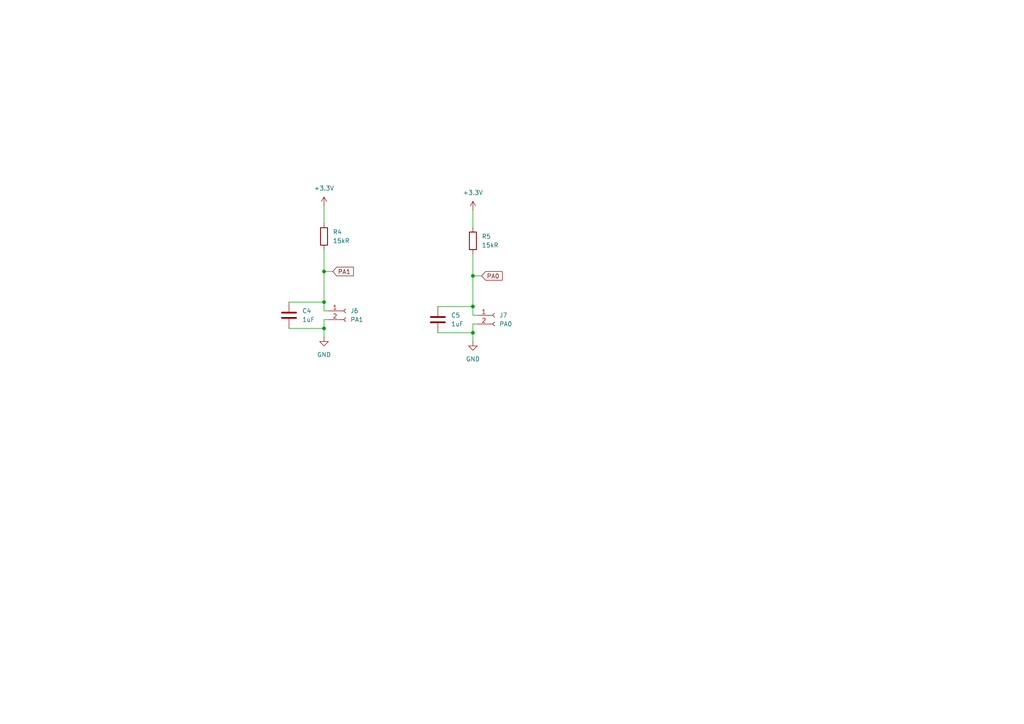
<source format=kicad_sch>
(kicad_sch (version 20231120) (generator "eeschema") (generator_version "8.0")
  (paper "A4")
  (lib_symbols
    (symbol "Connector:Conn_01x02_Socket" (pin_names (offset 1.016) hide)
      (property "Reference" "J" (at 0 2.54 0))
      (property "Value" "Conn_01x02_Socket" (at 0 -5.08 0))
      (symbol "Conn_01x02_Socket_1_1"
        (arc (start 0 -2.032) (mid -0.5058 -2.54) (end 0 -3.048) (stroke (width 0.1524)))
        (polyline (pts (xy -1.27 -2.54) (xy -0.508 -2.54)) (stroke (width 0.1524)))
        (polyline (pts (xy -1.27 0) (xy -0.508 0)) (stroke (width 0.1524)))
        (arc (start 0 0.508) (mid -0.5058 0) (end 0 -0.508) (stroke (width 0.1524)))
        (pin passive line (at -5.08 0 0) (length 3.81) (name "Pin_1") (number "1"))
        (pin passive line (at -5.08 -2.54 0) (length 3.81) (name "Pin_2") (number "2"))
      )
    )
    (symbol "Device:C" (pin_numbers hide) (pin_names (offset 0.254))
      (property "Reference" "C" (at 0.635 2.54 0))
      (property "Value" "C" (at 0.635 -2.54 0))
      (symbol "C_0_1"
        (polyline (pts (xy -2.032 -0.762) (xy 2.032 -0.762)) (stroke (width 0.508)))
        (polyline (pts (xy -2.032 0.762) (xy 2.032 0.762)) (stroke (width 0.508)))
      )
      (symbol "C_1_1"
        (pin passive line (at 0 3.81 270) (length 2.794) (name "~") (number "1"))
        (pin passive line (at 0 -3.81 90) (length 2.794) (name "~") (number "2"))
      )
    )
    (symbol "Device:R" (pin_numbers hide) (pin_names (offset 0))
      (property "Reference" "R" (at 2.032 0 90))
      (property "Value" "R" (at 0 0 90))
      (symbol "R_0_1"
        (rectangle (start -1.016 -2.54) (end 1.016 2.54) (stroke (width 0.254)))
      )
      (symbol "R_1_1"
        (pin passive line (at 0 3.81 270) (length 1.27) (name "~") (number "1"))
        (pin passive line (at 0 -3.81 90) (length 1.27) (name "~") (number "2"))
      )
    )
    (symbol "power:+3.3V" (power) (pin_numbers hide) (pin_names (offset 0) hide)
      (property "Value" "+3.3V" (at 0 3.556 0))
      (symbol "+3.3V_0_1"
        (polyline (pts (xy -0.762 1.27) (xy 0 2.54)))
        (polyline (pts (xy 0 0) (xy 0 2.54)))
        (polyline (pts (xy 0 2.54) (xy 0.762 1.27)))
      )
      (symbol "+3.3V_1_1"
        (pin power_in line (at 0 0 90) (length 0) (name "~") (number "1"))
      )
    )
    (symbol "power:GND" (power) (pin_numbers hide) (pin_names (offset 0) hide)
      (property "Value" "GND" (at 0 -3.81 0))
      (symbol "GND_0_1"
        (polyline (pts (xy 0 0) (xy 0 -1.27) (xy 1.27 -1.27) (xy 0 -2.54) (xy -1.27 -1.27) (xy 0 -1.27)))
      )
      (symbol "GND_1_1"
        (pin power_in line (at 0 0 270) (length 0) (name "~") (number "1"))
      )
    )
  )
  (junction (at 93.98 78.74))
  (junction (at 137.16 80.01))
  (junction (at 137.16 96.52))
  (junction (at 93.98 87.63))
  (junction (at 137.16 88.9))
  (junction (at 93.98 95.25))
  (wire (pts (xy 93.98 92.71) (xy 93.98 95.25)))
  (wire (pts (xy 93.98 59.69) (xy 93.98 64.77)))
  (wire (pts (xy 83.82 87.63) (xy 93.98 87.63)))
  (wire (pts (xy 93.98 78.74) (xy 93.98 87.63)))
  (wire (pts (xy 137.16 91.44) (xy 137.16 88.9)))
  (wire (pts (xy 138.43 93.98) (xy 137.16 93.98)))
  (wire (pts (xy 137.16 93.98) (xy 137.16 96.52)))
  (wire (pts (xy 127 88.9) (xy 137.16 88.9)))
  (wire (pts (xy 137.16 96.52) (xy 137.16 99.06)))
  (wire (pts (xy 127 96.52) (xy 137.16 96.52)))
  (wire (pts (xy 95.25 90.17) (xy 93.98 90.17)))
  (wire (pts (xy 93.98 95.25) (xy 93.98 97.79)))
  (wire (pts (xy 93.98 72.39) (xy 93.98 78.74)))
  (wire (pts (xy 137.16 73.66) (xy 137.16 80.01)))
  (wire (pts (xy 95.25 92.71) (xy 93.98 92.71)))
  (wire (pts (xy 93.98 78.74) (xy 96.52 78.74)))
  (wire (pts (xy 137.16 60.96) (xy 137.16 66.04)))
  (wire (pts (xy 83.82 95.25) (xy 93.98 95.25)))
  (wire (pts (xy 137.16 80.01) (xy 139.7 80.01)))
  (wire (pts (xy 138.43 91.44) (xy 137.16 91.44)))
  (wire (pts (xy 137.16 80.01) (xy 137.16 88.9)))
  (wire (pts (xy 93.98 90.17) (xy 93.98 87.63)))
  (global_label "PA1" (shape input) (at 96.52 78.74 0) (property "Intersheetrefs" "${INTERSHEET_REFS}" (effects (hide yes))))
  (global_label "PA0" (shape input) (at 139.7 80.01 0) (property "Intersheetrefs" "${INTERSHEET_REFS}" (effects (hide yes))))
  (symbol (lib_id "Device:C") (at 83.82 91.44 0) (unit 1)
    (property "Reference" "C4" (at 87.63 90.1699 0) (effects (justify left)))
    (property "Value" "1uF" (at 87.63 92.7099 0) (effects (justify left)))
    (property "Footprint" "Capacitor_SMD:C_0603_1608Metric" (effects (hide yes)))
    (property "Description" "Unpolarized capacitor" (effects (hide yes)))
    (property "LCSC" "C15849" (effects (hide yes)))
  )
  (symbol (lib_id "power:GND") (at 137.16 99.06 0) (unit 1)
    (property "Reference" "#PWR037" (effects (hide yes)))
    (property "Value" "GND" (at 137.16 104.14 0))
    (property "Description" "Power symbol creates a global label with name \"GND\" , ground" (effects (hide yes)))
  )
  (symbol (lib_id "Device:R") (at 93.98 68.58 180) (unit 1)
    (property "Reference" "R4" (at 96.52 67.3099 0) (effects (justify right)))
    (property "Value" "15kR" (at 96.52 69.8499 0) (effects (justify right)))
    (property "Footprint" "Resistor_SMD:R_0805_2012Metric" (effects (hide yes)))
    (property "Description" "Resistor" (effects (hide yes)))
    (property "LCSC" "C17475" (effects (hide yes)))
  )
  (symbol (lib_id "Device:R") (at 137.16 69.85 180) (unit 1)
    (property "Reference" "R5" (at 139.7 68.5799 0) (effects (justify right)))
    (property "Value" "15kR" (at 139.7 71.1199 0) (effects (justify right)))
    (property "Footprint" "Resistor_SMD:R_0805_2012Metric" (effects (hide yes)))
    (property "Description" "Resistor" (effects (hide yes)))
    (property "LCSC" "C17475" (effects (hide yes)))
  )
  (symbol (lib_id "Connector:Conn_01x02_Socket") (at 143.51 91.44 0) (unit 1) (in_bom no)
    (property "Reference" "J7" (at 144.78 91.4399 0) (effects (justify left)))
    (property "Value" "PA0" (at 144.78 93.9799 0) (effects (justify left)))
    (property "Footprint" "Connector_JST:JST_EH_B2B-EH-A_1x02_P2.50mm_Vertical" (effects (hide yes)))
    (property "Description" "Generic connector, single row, 01x02, script generated" (effects (hide yes)))
  )
  (symbol (lib_id "power:+3.3V") (at 137.16 60.96 0) (unit 1)
    (property "Reference" "#PWR033" (effects (hide yes)))
    (property "Value" "+3.3V" (at 137.16 55.88 0))
    (property "Description" "Power symbol creates a global label with name \"+3.3V\"" (effects (hide yes)))
  )
  (symbol (lib_id "Connector:Conn_01x02_Socket") (at 100.33 90.17 0) (unit 1) (in_bom no)
    (property "Reference" "J6" (at 101.6 90.1699 0) (effects (justify left)))
    (property "Value" "PA1" (at 101.6 92.7099 0) (effects (justify left)))
    (property "Footprint" "Connector_JST:JST_EH_B2B-EH-A_1x02_P2.50mm_Vertical" (effects (hide yes)))
    (property "Description" "Generic connector, single row, 01x02, script generated" (effects (hide yes)))
  )
  (symbol (lib_id "power:+3.3V") (at 93.98 59.69 0) (unit 1)
    (property "Reference" "#PWR030" (effects (hide yes)))
    (property "Value" "+3.3V" (at 93.98 54.61 0))
    (property "Description" "Power symbol creates a global label with name \"+3.3V\"" (effects (hide yes)))
  )
  (symbol (lib_id "Device:C") (at 127 92.71 0) (unit 1)
    (property "Reference" "C5" (at 130.81 91.4399 0) (effects (justify left)))
    (property "Value" "1uF" (at 130.81 93.9799 0) (effects (justify left)))
    (property "Footprint" "Capacitor_SMD:C_0603_1608Metric" (effects (hide yes)))
    (property "Description" "Unpolarized capacitor" (effects (hide yes)))
    (property "LCSC" "C15849" (effects (hide yes)))
  )
  (symbol (lib_id "power:GND") (at 93.98 97.79 0) (unit 1)
    (property "Reference" "#PWR031" (effects (hide yes)))
    (property "Value" "GND" (at 93.98 102.87 0))
    (property "Description" "Power symbol creates a global label with name \"GND\" , ground" (effects (hide yes)))
  )
)
</source>
